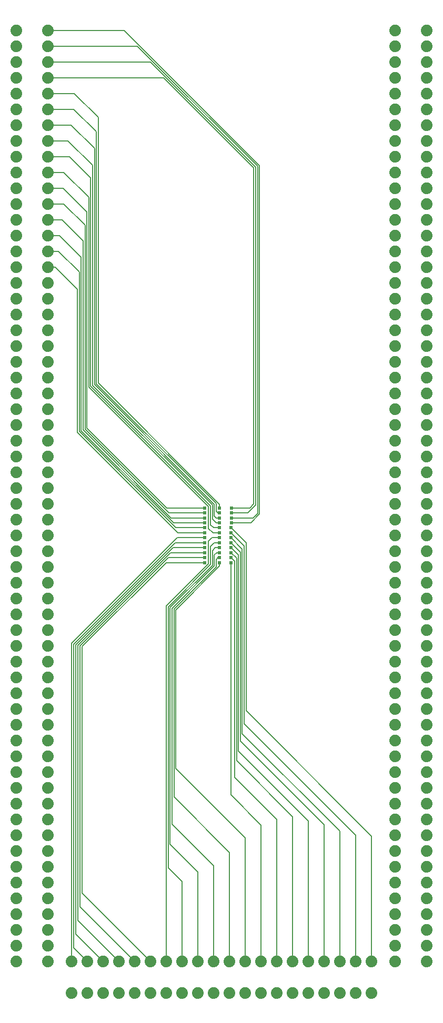
<source format=gbl>
G04 EAGLE Gerber RS-274X export*
G75*
%MOMM*%
%FSLAX34Y34*%
%LPD*%
%INBottom Copper*%
%IPPOS*%
%AMOC8*
5,1,8,0,0,1.08239X$1,22.5*%
G01*
%ADD10C,1.879600*%
%ADD11C,0.604800*%
%ADD12C,0.152400*%


D10*
X-279400Y-177800D03*
X-279400Y-152400D03*
X-279400Y-127000D03*
X-279400Y-101600D03*
X-279400Y-76200D03*
X-279400Y-50800D03*
X-279400Y-25400D03*
X-279400Y0D03*
X-279400Y25400D03*
X-279400Y50800D03*
X-279400Y76200D03*
X-279400Y101600D03*
X-279400Y127000D03*
X-279400Y152400D03*
X-279400Y177800D03*
X-279400Y203200D03*
X-279400Y228600D03*
X-279400Y254000D03*
X-279400Y279400D03*
X-279400Y304800D03*
X-279400Y-685800D03*
X-279400Y-660400D03*
X-279400Y-635000D03*
X-279400Y-609600D03*
X-279400Y-584200D03*
X-279400Y-558800D03*
X-279400Y-533400D03*
X-279400Y-508000D03*
X-279400Y-482600D03*
X-279400Y-457200D03*
X-279400Y-431800D03*
X-279400Y-406400D03*
X-279400Y-381000D03*
X-279400Y-355600D03*
X-279400Y-330200D03*
X-279400Y-304800D03*
X-279400Y-279400D03*
X-279400Y-254000D03*
X-279400Y-228600D03*
X-279400Y-203200D03*
X279400Y-203200D03*
X279400Y-228600D03*
X279400Y-254000D03*
X279400Y-279400D03*
X279400Y-304800D03*
X279400Y-330200D03*
X279400Y-355600D03*
X279400Y-381000D03*
X279400Y-406400D03*
X279400Y-431800D03*
X279400Y-457200D03*
X279400Y-482600D03*
X279400Y-508000D03*
X279400Y-533400D03*
X279400Y-558800D03*
X279400Y-584200D03*
X279400Y-609600D03*
X279400Y-635000D03*
X279400Y-660400D03*
X279400Y-685800D03*
X241300Y-685800D03*
X215900Y-685800D03*
X190500Y-685800D03*
X165100Y-685800D03*
X139700Y-685800D03*
X114300Y-685800D03*
X88900Y-685800D03*
X63500Y-685800D03*
X38100Y-685800D03*
X12700Y-685800D03*
X-12700Y-685800D03*
X-38100Y-685800D03*
X-63500Y-685800D03*
X-88900Y-685800D03*
X-114300Y-685800D03*
X-139700Y-685800D03*
X-165100Y-685800D03*
X-190500Y-685800D03*
X-215900Y-685800D03*
X-241300Y-685800D03*
X-279400Y812800D03*
X-279400Y787400D03*
X-279400Y762000D03*
X-279400Y736600D03*
X-279400Y711200D03*
X-279400Y685800D03*
X-279400Y660400D03*
X-279400Y635000D03*
X-279400Y609600D03*
X-279400Y584200D03*
X-279400Y558800D03*
X-279400Y533400D03*
X-279400Y508000D03*
X-279400Y482600D03*
X-279400Y457200D03*
X-279400Y431800D03*
X-279400Y406400D03*
X-279400Y381000D03*
X-279400Y355600D03*
X-279400Y330200D03*
X279400Y812800D03*
X279400Y787400D03*
X279400Y762000D03*
X279400Y736600D03*
X279400Y711200D03*
X279400Y685800D03*
X279400Y660400D03*
X279400Y635000D03*
X279400Y609600D03*
X279400Y584200D03*
X279400Y558800D03*
X279400Y533400D03*
X279400Y508000D03*
X279400Y482600D03*
X279400Y457200D03*
X279400Y431800D03*
X279400Y406400D03*
X279400Y381000D03*
X279400Y355600D03*
X279400Y330200D03*
X279400Y304800D03*
X279400Y279400D03*
X279400Y254000D03*
X279400Y228600D03*
X279400Y203200D03*
X279400Y177800D03*
X279400Y152400D03*
X279400Y127000D03*
X279400Y101600D03*
X279400Y76200D03*
X279400Y50800D03*
X279400Y25400D03*
X279400Y0D03*
X279400Y-25400D03*
X279400Y-50800D03*
X279400Y-76200D03*
X279400Y-101600D03*
X279400Y-127000D03*
X279400Y-152400D03*
X279400Y-177800D03*
X-330200Y-177800D03*
X-330200Y-152400D03*
X-330200Y-127000D03*
X-330200Y-101600D03*
X-330200Y-76200D03*
X-330200Y-50800D03*
X-330200Y-25400D03*
X-330200Y0D03*
X-330200Y25400D03*
X-330200Y50800D03*
X-330200Y76200D03*
X-330200Y101600D03*
X-330200Y127000D03*
X-330200Y152400D03*
X-330200Y177800D03*
X-330200Y203200D03*
X-330200Y228600D03*
X-330200Y254000D03*
X-330200Y279400D03*
X-330200Y304800D03*
X-330200Y-685800D03*
X-330200Y-660400D03*
X-330200Y-635000D03*
X-330200Y-609600D03*
X-330200Y-584200D03*
X-330200Y-558800D03*
X-330200Y-533400D03*
X-330200Y-508000D03*
X-330200Y-482600D03*
X-330200Y-457200D03*
X-330200Y-431800D03*
X-330200Y-406400D03*
X-330200Y-381000D03*
X-330200Y-355600D03*
X-330200Y-330200D03*
X-330200Y-304800D03*
X-330200Y-279400D03*
X-330200Y-254000D03*
X-330200Y-228600D03*
X-330200Y-203200D03*
X330200Y-203200D03*
X330200Y-228600D03*
X330200Y-254000D03*
X330200Y-279400D03*
X330200Y-304800D03*
X330200Y-330200D03*
X330200Y-355600D03*
X330200Y-381000D03*
X330200Y-406400D03*
X330200Y-431800D03*
X330200Y-457200D03*
X330200Y-482600D03*
X330200Y-508000D03*
X330200Y-533400D03*
X330200Y-558800D03*
X330200Y-584200D03*
X330200Y-609600D03*
X330200Y-635000D03*
X330200Y-660400D03*
X330200Y-685800D03*
X330200Y50800D03*
X330200Y25400D03*
X330200Y0D03*
X330200Y-25400D03*
X330200Y-50800D03*
X330200Y-76200D03*
X330200Y-101600D03*
X330200Y-127000D03*
X330200Y-152400D03*
X330200Y-177800D03*
X241300Y-736600D03*
X215900Y-736600D03*
X190500Y-736600D03*
X165100Y-736600D03*
X139700Y-736600D03*
X114300Y-736600D03*
X88900Y-736600D03*
X63500Y-736600D03*
X38100Y-736600D03*
X12700Y-736600D03*
X-12700Y-736600D03*
X-38100Y-736600D03*
X-63500Y-736600D03*
X-88900Y-736600D03*
X-114300Y-736600D03*
X-139700Y-736600D03*
X-165100Y-736600D03*
X-190500Y-736600D03*
X-215900Y-736600D03*
X-241300Y-736600D03*
X-330200Y812800D03*
X-330200Y787400D03*
X-330200Y762000D03*
X-330200Y736600D03*
X-330200Y711200D03*
X-330200Y685800D03*
X-330200Y660400D03*
X-330200Y635000D03*
X-330200Y609600D03*
X-330200Y584200D03*
X-330200Y558800D03*
X-330200Y533400D03*
X-330200Y508000D03*
X-330200Y482600D03*
X-330200Y457200D03*
X-330200Y431800D03*
X-330200Y406400D03*
X-330200Y381000D03*
X-330200Y355600D03*
X-330200Y330200D03*
X330200Y812800D03*
X330200Y787400D03*
X330200Y762000D03*
X330200Y736600D03*
X330200Y711200D03*
X330200Y685800D03*
X330200Y660400D03*
X330200Y635000D03*
X330200Y609600D03*
X330200Y584200D03*
X330200Y558800D03*
X330200Y533400D03*
X330200Y508000D03*
X330200Y482600D03*
X330200Y457200D03*
X330200Y431800D03*
X330200Y406400D03*
X330200Y381000D03*
X330200Y355600D03*
X330200Y330200D03*
X330200Y304800D03*
X330200Y279400D03*
X330200Y254000D03*
X330200Y228600D03*
X330200Y203200D03*
X330200Y177800D03*
X330200Y152400D03*
X330200Y127000D03*
X330200Y101600D03*
X330200Y76200D03*
D11*
X15000Y12000D03*
D12*
X39288Y-12288D01*
X241300Y-484300D02*
X241300Y-685800D01*
X39288Y-282288D02*
X39288Y-12288D01*
X39288Y-282288D02*
X241300Y-484300D01*
D11*
X15000Y4000D03*
D12*
X36240Y-17240D01*
X215900Y-482900D02*
X215900Y-685800D01*
X36240Y-303240D02*
X36240Y-17240D01*
X36240Y-303240D02*
X215900Y-482900D01*
D11*
X15000Y-4000D03*
D12*
X33192Y-22192D01*
X190500Y-476500D02*
X190500Y-685800D01*
X33192Y-319192D02*
X33192Y-22192D01*
X33192Y-319192D02*
X190500Y-476500D01*
D11*
X15000Y-12000D03*
D12*
X30144Y-27144D01*
X165100Y-466100D02*
X165100Y-685800D01*
X30144Y-331144D02*
X30144Y-27144D01*
X30144Y-331144D02*
X165100Y-466100D01*
D11*
X15000Y-20000D03*
D12*
X27096Y-32096D01*
X139700Y-459700D02*
X139700Y-685800D01*
X27096Y-347096D02*
X27096Y-32096D01*
X27096Y-347096D02*
X139700Y-459700D01*
D11*
X15000Y-28000D03*
D12*
X24048Y-37048D01*
X114300Y-453300D02*
X114300Y-685800D01*
X24048Y-363048D02*
X24048Y-37048D01*
X24048Y-363048D02*
X114300Y-453300D01*
D11*
X15000Y-36000D03*
D12*
X21000Y-42000D01*
X88900Y-457900D02*
X88900Y-685800D01*
X21000Y-390000D02*
X21000Y-42000D01*
X21000Y-390000D02*
X88900Y-457900D01*
D11*
X15000Y-44000D03*
D12*
X15000Y-418000D01*
X63500Y-466500D02*
X63500Y-685800D01*
X63500Y-466500D02*
X15000Y-418000D01*
D11*
X-3202Y-44000D03*
D12*
X-3202Y-49755D01*
X-73660Y-120213D01*
X-73660Y-375340D01*
X38100Y-487100D02*
X38100Y-685800D01*
X38100Y-487100D02*
X-73660Y-375340D01*
D11*
X-3202Y-36000D03*
D12*
X-5808Y-36000D01*
X-8808Y-39000D01*
X12700Y-510700D02*
X12700Y-685800D01*
X-8808Y-51050D02*
X-8808Y-39000D01*
X-8808Y-51050D02*
X-76708Y-118950D01*
X-76708Y-421292D01*
X12700Y-510700D01*
D11*
X-3202Y-28000D03*
D12*
X-8000Y-28000D01*
X-12700Y-532300D02*
X-12700Y-685800D01*
X-11856Y-31856D02*
X-8000Y-28000D01*
X-11856Y-31856D02*
X-11856Y-49788D01*
X-79756Y-117688D01*
X-79756Y-465244D01*
X-12700Y-532300D01*
D11*
X-3202Y-20000D03*
D12*
X-10000Y-20000D01*
X-38100Y-541900D02*
X-38100Y-685800D01*
X-14904Y-24904D02*
X-10000Y-20000D01*
X-14904Y-24904D02*
X-14904Y-48525D01*
X-82804Y-116425D01*
X-82804Y-497196D01*
X-38100Y-541900D01*
D11*
X-3202Y-12000D03*
D12*
X-12000Y-12000D01*
X-63500Y-557500D02*
X-63500Y-685800D01*
X-17952Y-17952D02*
X-12000Y-12000D01*
X-17952Y-17952D02*
X-17952Y-47263D01*
X-85852Y-115163D01*
X-85852Y-535148D01*
X-63500Y-557500D01*
D11*
X-3202Y-4000D03*
D12*
X-15000Y-4000D01*
X-88900Y-113900D02*
X-88900Y-685800D01*
X-21000Y-10000D02*
X-15000Y-4000D01*
X-21000Y-10000D02*
X-21000Y-46000D01*
X-88900Y-113900D01*
D11*
X-27000Y-44000D03*
D12*
X-89447Y-44000D01*
X-224300Y-178853D02*
X-224300Y-575800D01*
X-114300Y-685800D01*
X-224300Y-178853D02*
X-89447Y-44000D01*
D11*
X-27000Y-36000D03*
D12*
X-85758Y-36000D01*
X-227700Y-177942D02*
X-227700Y-597800D01*
X-139700Y-685800D01*
X-227700Y-177942D02*
X-85758Y-36000D01*
D11*
X-27000Y-28000D03*
D12*
X-82068Y-28000D01*
X-231100Y-177032D02*
X-231100Y-619800D01*
X-165100Y-685800D01*
X-231100Y-177032D02*
X-82068Y-28000D01*
D11*
X-27000Y-20000D03*
D12*
X-78379Y-20000D01*
X-234500Y-176121D02*
X-234500Y-641800D01*
X-190500Y-685800D01*
X-234500Y-176121D02*
X-78379Y-20000D01*
D11*
X-27000Y-12000D03*
D12*
X-74689Y-12000D01*
X-237900Y-175211D02*
X-237900Y-663800D01*
X-215900Y-685800D01*
X-237900Y-175211D02*
X-74689Y-12000D01*
D11*
X-27000Y-4000D03*
D12*
X-71000Y-4000D01*
X-241300Y-174300D02*
X-241300Y-685800D01*
X-241300Y-174300D02*
X-71000Y-4000D01*
D11*
X15768Y20000D03*
D12*
X47000Y20000D01*
X-156800Y812800D02*
X-279400Y812800D01*
X61000Y34000D02*
X47000Y20000D01*
X61000Y34000D02*
X61000Y595000D01*
X-156800Y812800D01*
D11*
X16000Y28000D03*
D12*
X50689Y28000D01*
X-135711Y787400D02*
X-279400Y787400D01*
X57952Y35263D02*
X50689Y28000D01*
X57952Y35263D02*
X57952Y593737D01*
X-135711Y787400D01*
D11*
X16000Y36000D03*
D12*
X41904Y36000D01*
X54904Y49000D01*
X-114621Y762000D02*
X-279400Y762000D01*
X54904Y592475D02*
X54904Y49000D01*
X54904Y592475D02*
X-114621Y762000D01*
D11*
X16000Y44000D03*
D12*
X45593Y44000D01*
X-93532Y736600D02*
X-279400Y736600D01*
X51856Y50263D02*
X45593Y44000D01*
X51856Y50263D02*
X51856Y591212D01*
X-93532Y736600D01*
D11*
X-3202Y44000D03*
D12*
X-3202Y49755D01*
X-198472Y245025D01*
X-237200Y711200D02*
X-279400Y711200D01*
X-198472Y672472D02*
X-198472Y245025D01*
X-198472Y672472D02*
X-237200Y711200D01*
D11*
X-3202Y36000D03*
D12*
X-5808Y36000D01*
X-8808Y39000D01*
X-8808Y51050D01*
X-201520Y243762D01*
X-237800Y685800D02*
X-279400Y685800D01*
X-201520Y649520D02*
X-201520Y243762D01*
X-201520Y649520D02*
X-237800Y685800D01*
D11*
X-3202Y28000D03*
D12*
X-8856Y28000D01*
X-11856Y31000D01*
X-11856Y49788D01*
X-204568Y242500D01*
X-242400Y660400D02*
X-279400Y660400D01*
X-204568Y622568D02*
X-204568Y242500D01*
X-204568Y622568D02*
X-242400Y660400D01*
D11*
X-3202Y20000D03*
D12*
X-9000Y20000D01*
X-14904Y25904D01*
X-14904Y48525D01*
X-247000Y635000D02*
X-279400Y635000D01*
X-207616Y241237D02*
X-14904Y48525D01*
X-207616Y241237D02*
X-207616Y595616D01*
X-247000Y635000D01*
D11*
X-3202Y12000D03*
D12*
X-13000Y12000D01*
X-17952Y16952D01*
X-17952Y47263D01*
X-244600Y609600D02*
X-279400Y609600D01*
X-210664Y239975D02*
X-17952Y47263D01*
X-210664Y239975D02*
X-210664Y575664D01*
X-244600Y609600D01*
D11*
X-3202Y4000D03*
D12*
X-14000Y4000D01*
X-21000Y11000D01*
X-21000Y46000D01*
X-254200Y584200D02*
X-279400Y584200D01*
X-213712Y238712D02*
X-21000Y46000D01*
X-213712Y238712D02*
X-213712Y543712D01*
X-254200Y584200D01*
D11*
X-27000Y44000D03*
D12*
X-88447Y44000D01*
X-254800Y558800D02*
X-279400Y558800D01*
X-216760Y172313D02*
X-88447Y44000D01*
X-216760Y172313D02*
X-216760Y520760D01*
X-254800Y558800D01*
D11*
X-27000Y36000D03*
D12*
X-84758Y36000D01*
X-254400Y533400D02*
X-279400Y533400D01*
X-219808Y171050D02*
X-84758Y36000D01*
X-219808Y171050D02*
X-219808Y498808D01*
X-254400Y533400D01*
D11*
X-27000Y28000D03*
D12*
X-81068Y28000D01*
X-222856Y473856D02*
X-257000Y508000D01*
X-279400Y508000D01*
X-222856Y169788D02*
X-81068Y28000D01*
X-222856Y169788D02*
X-222856Y473856D01*
D11*
X-27000Y20000D03*
D12*
X-77379Y20000D01*
X-260600Y482600D02*
X-279400Y482600D01*
X-225904Y168525D02*
X-77379Y20000D01*
X-225904Y168525D02*
X-225904Y447904D01*
X-260600Y482600D01*
D11*
X-27000Y12000D03*
D12*
X-73689Y12000D01*
X-262200Y457200D02*
X-279400Y457200D01*
X-228952Y167263D02*
X-73689Y12000D01*
X-228952Y167263D02*
X-228952Y423952D01*
X-262200Y457200D01*
D11*
X-27000Y4000D03*
D12*
X-70000Y4000D01*
X-267800Y431800D02*
X-279400Y431800D01*
X-232000Y166000D02*
X-70000Y4000D01*
X-232000Y166000D02*
X-232000Y396000D01*
X-267800Y431800D01*
M02*

</source>
